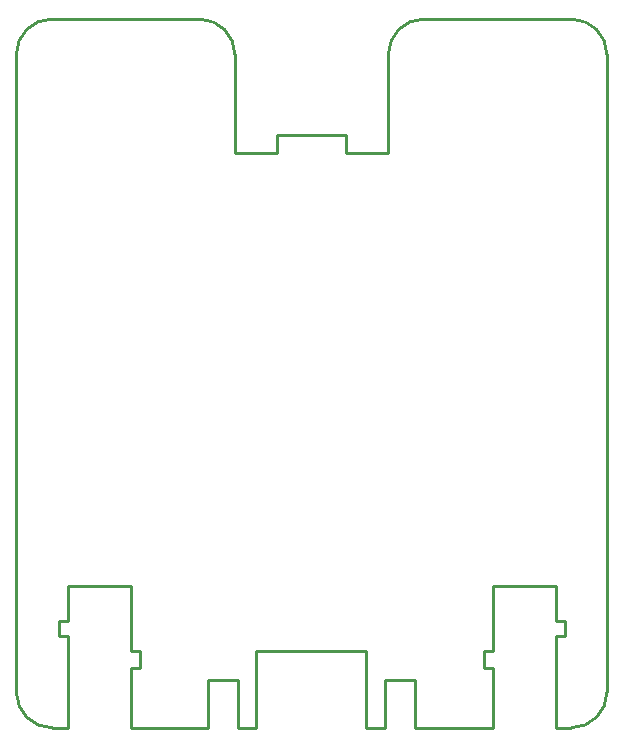
<source format=gko>
G04 Layer: BoardOutlineLayer*
G04 EasyEDA Pro v3.2.58, 2026-01-05 14:09:15*
G04 Gerber Generator version 0.3*
G04 Scale: 100 percent, Rotated: No, Reflected: No*
G04 Dimensions in millimeters*
G04 Leading zeros omitted, absolute positions, 4 integers and 5 decimals*
G04 Generated by one-click*
%FSLAX45Y45*%
%MOMM*%
%ADD10C,0.254*%
%ADD11C,0.7146*%
G75*


G04 PolygonModel Start*
G54D10*
G01X1850000Y4865000D02*
G01X1850000Y5700000D01*
G03X1550000Y6000000I-300000J0D01*
G01X300000Y6000000D01*
G03X0Y5700000I0J-300000D01*
G01X0Y300000D01*
G03X300000Y0I300000J0D01*
G01X433402Y0D01*
G01X433402Y775510D01*
G01X357202Y775510D01*
G01X357202Y902510D01*
G01X433402Y902510D01*
G01X433402Y1199944D01*
G01X966770Y1199944D01*
G01X966770Y648599D01*
G01X1042900Y648599D01*
G01X1042900Y508899D01*
G01X966700Y508899D01*
G01X966700Y0D01*
G01X1625000Y0D01*
G01X1625000Y400000D01*
G01X1875000Y400000D01*
G01X1875000Y0D01*
G01X2030092Y0D01*
G01X2030092Y647700D01*
G01X2957192Y647700D01*
G01X2957192Y0D01*
G01X3125000Y0D01*
G01X3125000Y400000D01*
G01X3375000Y400000D01*
G01X3375000Y0D01*
G01X4031489Y0D01*
G01X4031489Y508899D01*
G01X3957100Y508899D01*
G01X3957100Y648599D01*
G01X4033300Y648599D01*
G01X4033300Y1199944D01*
G01X4566598Y1199944D01*
G01X4566598Y902510D01*
G01X4642798Y902510D01*
G01X4642798Y775510D01*
G01X4566598Y775510D01*
G01X4566598Y0D01*
G01X4700000Y0D01*
G03X5000000Y300000I0J300000D01*
G01X5000000Y5700000D01*
G03X4700000Y6000000I-300000J0D01*
G01X3450000Y6000000D01*
G03X3150000Y5700000I0J-300000D01*
G01X3150000Y4865000D01*
G01X3084192Y0D02*
G01X2957192Y0D01*
G01X2957192Y647700D01*
G01X2030092Y647700D01*
G01X2030092Y0D01*
G01X1941192Y0D01*
G01X2210000Y4865000D02*
G01X1850000Y4865000D01*
G01X2210000Y4865000D02*
G01X2210000Y5015000D01*
G01X2210000Y5015000D02*
G01X2790000Y5015000D01*
G01X2790000Y4865000D02*
G01X2790000Y5015000D01*
G01X2790000Y4865000D02*
G01X3150000Y4865000D01*
G01X966700Y127899D02*
G01X966700Y508899D01*
G01X1042900Y508899D01*
G01X1042900Y648599D01*
G01X966700Y648599D01*
G01X966802Y1199944D01*
G01X433402Y1199944D01*
G01X433402Y902510D01*
G01X357202Y902510D01*
G01X357202Y775510D01*
G01X433402Y775510D01*
G01X433402Y142491D01*
G01X4033300Y127899D02*
G01X4033300Y508899D01*
G01X3957100Y508899D01*
G01X3957100Y648599D01*
G01X4033300Y648599D01*
G01X4033198Y1199944D01*
G01X4566598Y1199944D01*
G01X4566598Y902510D01*
G01X4642798Y902510D01*
G01X4642798Y775510D01*
G01X4566598Y775510D01*
G01X4566598Y142491D01*

M02*


</source>
